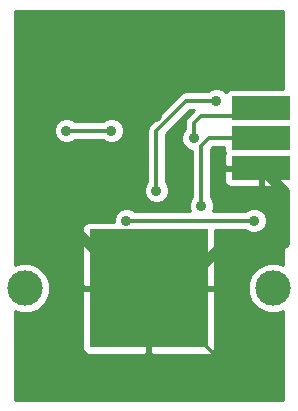
<source format=gbl>
G04 (created by PCBNEW (2012-oct-18)-testing) date Mon 29 Oct 2012 19:12:37 NZDT*
%MOIN*%
G04 Gerber Fmt 3.4, Leading zero omitted, Abs format*
%FSLAX34Y34*%
G01*
G70*
G90*
G04 APERTURE LIST*
%ADD10C,0.006*%
%ADD11R,0.196902X0.0787008*%
%ADD12C,0.11811*%
%ADD13R,0.393701X0.393701*%
%ADD14C,0.035*%
%ADD15C,0.012*%
%ADD16C,0.036*%
%ADD17C,0.01*%
G04 APERTURE END LIST*
G54D10*
G54D11*
X57500Y-53500D03*
X57500Y-54500D03*
X57500Y-55500D03*
G54D12*
X49615Y-59500D03*
X57884Y-59500D03*
G54D13*
X53750Y-59500D03*
G54D14*
X55250Y-54500D03*
X56000Y-53250D03*
X54000Y-56250D03*
X55500Y-56750D03*
X51000Y-54250D03*
X53000Y-57250D03*
X52500Y-54250D03*
X57250Y-57250D03*
X56000Y-61750D03*
X52000Y-56750D03*
X54000Y-53750D03*
X51750Y-51250D03*
X58000Y-51250D03*
X54750Y-51250D03*
G54D15*
X57250Y-53750D02*
X57500Y-53500D01*
X55500Y-53750D02*
X57250Y-53750D01*
X55250Y-54000D02*
X55500Y-53750D01*
X55250Y-54500D02*
X55250Y-54000D01*
X55000Y-53250D02*
X56000Y-53250D01*
X54000Y-54250D02*
X55000Y-53250D01*
X54000Y-56250D02*
X54000Y-54250D01*
X55750Y-54500D02*
X57500Y-54500D01*
X55500Y-54750D02*
X55750Y-54500D01*
X55500Y-56750D02*
X55500Y-54750D01*
X57250Y-57250D02*
X53000Y-57250D01*
X51000Y-54250D02*
X52500Y-54250D01*
X56000Y-61750D02*
X53750Y-59500D01*
X51250Y-57750D02*
X51250Y-56750D01*
X52000Y-56750D02*
X51250Y-56750D01*
G54D16*
X49500Y-50500D02*
X49500Y-57750D01*
X49750Y-57750D02*
X51250Y-57750D01*
X51250Y-57750D02*
X51500Y-57750D01*
X51500Y-57750D02*
X53250Y-59500D01*
X53750Y-59500D02*
X53250Y-59500D01*
X49500Y-50500D02*
X51750Y-50500D01*
X49500Y-57750D02*
X49750Y-57750D01*
X54000Y-59250D02*
X53750Y-59500D01*
X54750Y-51250D02*
X54750Y-52250D01*
X54000Y-52250D02*
X54000Y-53750D01*
X54750Y-52250D02*
X54000Y-52250D01*
X57500Y-55500D02*
X58250Y-56250D01*
X54750Y-59500D02*
X53750Y-59500D01*
X56250Y-58000D02*
X54750Y-59500D01*
X58250Y-58000D02*
X56250Y-58000D01*
X58250Y-56250D02*
X58250Y-58000D01*
X55000Y-58250D02*
X53750Y-59500D01*
X54750Y-50500D02*
X58000Y-50500D01*
X58000Y-50500D02*
X58000Y-51250D01*
X51750Y-50500D02*
X54750Y-50500D01*
X54750Y-50500D02*
X54750Y-51250D01*
X51750Y-50500D02*
X51750Y-51250D01*
G54D10*
G36*
X58220Y-63220D02*
X55968Y-63220D01*
X55968Y-61418D01*
X55968Y-59612D01*
X55906Y-59550D01*
X53800Y-59550D01*
X53800Y-61656D01*
X53862Y-61718D01*
X55768Y-61718D01*
X55859Y-61680D01*
X55930Y-61610D01*
X55968Y-61518D01*
X55968Y-61418D01*
X55968Y-63220D01*
X53700Y-63220D01*
X53700Y-61656D01*
X53700Y-59550D01*
X51593Y-59550D01*
X51531Y-59612D01*
X51531Y-61418D01*
X51531Y-61518D01*
X51569Y-61610D01*
X51640Y-61680D01*
X51731Y-61718D01*
X53637Y-61718D01*
X53700Y-61656D01*
X53700Y-63220D01*
X49279Y-63220D01*
X49279Y-60270D01*
X49448Y-60340D01*
X49782Y-60340D01*
X50091Y-60213D01*
X50328Y-59976D01*
X50456Y-59667D01*
X50456Y-59333D01*
X50328Y-59024D01*
X50092Y-58787D01*
X49783Y-58659D01*
X49449Y-58659D01*
X49279Y-58729D01*
X49279Y-50279D01*
X58220Y-50279D01*
X58220Y-52856D01*
X56465Y-52856D01*
X56374Y-52894D01*
X56309Y-52958D01*
X56241Y-52889D01*
X56084Y-52825D01*
X55915Y-52824D01*
X55759Y-52889D01*
X55708Y-52940D01*
X55000Y-52940D01*
X54881Y-52963D01*
X54780Y-53030D01*
X53780Y-54030D01*
X53713Y-54131D01*
X53690Y-54250D01*
X53690Y-55958D01*
X53639Y-56008D01*
X53575Y-56165D01*
X53574Y-56334D01*
X53639Y-56490D01*
X53758Y-56610D01*
X53915Y-56674D01*
X54084Y-56675D01*
X54240Y-56610D01*
X54360Y-56491D01*
X54424Y-56334D01*
X54425Y-56165D01*
X54360Y-56009D01*
X54310Y-55958D01*
X54310Y-54378D01*
X55128Y-53560D01*
X55251Y-53560D01*
X55030Y-53780D01*
X54963Y-53881D01*
X54940Y-54000D01*
X54940Y-54208D01*
X54889Y-54258D01*
X54825Y-54415D01*
X54824Y-54584D01*
X54889Y-54740D01*
X55008Y-54860D01*
X55165Y-54924D01*
X55190Y-54924D01*
X55190Y-56458D01*
X55139Y-56508D01*
X55075Y-56665D01*
X55074Y-56834D01*
X55118Y-56940D01*
X53291Y-56940D01*
X53241Y-56889D01*
X53084Y-56825D01*
X52925Y-56824D01*
X52925Y-54165D01*
X52860Y-54009D01*
X52741Y-53889D01*
X52584Y-53825D01*
X52415Y-53824D01*
X52259Y-53889D01*
X52208Y-53940D01*
X51291Y-53940D01*
X51241Y-53889D01*
X51084Y-53825D01*
X50915Y-53824D01*
X50759Y-53889D01*
X50639Y-54008D01*
X50575Y-54165D01*
X50574Y-54334D01*
X50639Y-54490D01*
X50758Y-54610D01*
X50915Y-54674D01*
X51084Y-54675D01*
X51240Y-54610D01*
X51291Y-54560D01*
X52208Y-54560D01*
X52258Y-54610D01*
X52415Y-54674D01*
X52584Y-54675D01*
X52740Y-54610D01*
X52860Y-54491D01*
X52924Y-54334D01*
X52925Y-54165D01*
X52925Y-56824D01*
X52915Y-56824D01*
X52759Y-56889D01*
X52639Y-57008D01*
X52575Y-57165D01*
X52574Y-57281D01*
X51731Y-57281D01*
X51640Y-57319D01*
X51569Y-57389D01*
X51531Y-57481D01*
X51531Y-57581D01*
X51531Y-59387D01*
X51593Y-59450D01*
X53650Y-59450D01*
X53700Y-59450D01*
X53800Y-59450D01*
X53850Y-59450D01*
X55906Y-59450D01*
X55968Y-59387D01*
X55968Y-57581D01*
X55968Y-57560D01*
X56958Y-57560D01*
X57008Y-57610D01*
X57165Y-57674D01*
X57334Y-57675D01*
X57490Y-57610D01*
X57610Y-57491D01*
X57674Y-57334D01*
X57675Y-57165D01*
X57610Y-57009D01*
X57491Y-56889D01*
X57450Y-56872D01*
X57450Y-56081D01*
X57450Y-55550D01*
X56327Y-55550D01*
X56265Y-55612D01*
X56265Y-55943D01*
X56303Y-56034D01*
X56373Y-56105D01*
X56465Y-56143D01*
X56565Y-56143D01*
X57387Y-56143D01*
X57450Y-56081D01*
X57450Y-56872D01*
X57334Y-56825D01*
X57165Y-56824D01*
X57009Y-56889D01*
X56958Y-56940D01*
X55881Y-56940D01*
X55924Y-56834D01*
X55925Y-56665D01*
X55860Y-56509D01*
X55810Y-56458D01*
X55810Y-54878D01*
X55878Y-54810D01*
X56265Y-54810D01*
X56265Y-54943D01*
X56288Y-55000D01*
X56265Y-55056D01*
X56265Y-55387D01*
X56327Y-55450D01*
X57400Y-55450D01*
X57450Y-55450D01*
X57550Y-55450D01*
X57550Y-55550D01*
X57550Y-55600D01*
X57550Y-56081D01*
X57612Y-56143D01*
X58220Y-56143D01*
X58220Y-58729D01*
X58051Y-58659D01*
X57717Y-58659D01*
X57408Y-58787D01*
X57171Y-59023D01*
X57043Y-59332D01*
X57043Y-59666D01*
X57171Y-59975D01*
X57407Y-60212D01*
X57716Y-60340D01*
X58050Y-60340D01*
X58220Y-60270D01*
X58220Y-63220D01*
X58220Y-63220D01*
G37*
G54D17*
X58220Y-63220D02*
X55968Y-63220D01*
X55968Y-61418D01*
X55968Y-59612D01*
X55906Y-59550D01*
X53800Y-59550D01*
X53800Y-61656D01*
X53862Y-61718D01*
X55768Y-61718D01*
X55859Y-61680D01*
X55930Y-61610D01*
X55968Y-61518D01*
X55968Y-61418D01*
X55968Y-63220D01*
X53700Y-63220D01*
X53700Y-61656D01*
X53700Y-59550D01*
X51593Y-59550D01*
X51531Y-59612D01*
X51531Y-61418D01*
X51531Y-61518D01*
X51569Y-61610D01*
X51640Y-61680D01*
X51731Y-61718D01*
X53637Y-61718D01*
X53700Y-61656D01*
X53700Y-63220D01*
X49279Y-63220D01*
X49279Y-60270D01*
X49448Y-60340D01*
X49782Y-60340D01*
X50091Y-60213D01*
X50328Y-59976D01*
X50456Y-59667D01*
X50456Y-59333D01*
X50328Y-59024D01*
X50092Y-58787D01*
X49783Y-58659D01*
X49449Y-58659D01*
X49279Y-58729D01*
X49279Y-50279D01*
X58220Y-50279D01*
X58220Y-52856D01*
X56465Y-52856D01*
X56374Y-52894D01*
X56309Y-52958D01*
X56241Y-52889D01*
X56084Y-52825D01*
X55915Y-52824D01*
X55759Y-52889D01*
X55708Y-52940D01*
X55000Y-52940D01*
X54881Y-52963D01*
X54780Y-53030D01*
X53780Y-54030D01*
X53713Y-54131D01*
X53690Y-54250D01*
X53690Y-55958D01*
X53639Y-56008D01*
X53575Y-56165D01*
X53574Y-56334D01*
X53639Y-56490D01*
X53758Y-56610D01*
X53915Y-56674D01*
X54084Y-56675D01*
X54240Y-56610D01*
X54360Y-56491D01*
X54424Y-56334D01*
X54425Y-56165D01*
X54360Y-56009D01*
X54310Y-55958D01*
X54310Y-54378D01*
X55128Y-53560D01*
X55251Y-53560D01*
X55030Y-53780D01*
X54963Y-53881D01*
X54940Y-54000D01*
X54940Y-54208D01*
X54889Y-54258D01*
X54825Y-54415D01*
X54824Y-54584D01*
X54889Y-54740D01*
X55008Y-54860D01*
X55165Y-54924D01*
X55190Y-54924D01*
X55190Y-56458D01*
X55139Y-56508D01*
X55075Y-56665D01*
X55074Y-56834D01*
X55118Y-56940D01*
X53291Y-56940D01*
X53241Y-56889D01*
X53084Y-56825D01*
X52925Y-56824D01*
X52925Y-54165D01*
X52860Y-54009D01*
X52741Y-53889D01*
X52584Y-53825D01*
X52415Y-53824D01*
X52259Y-53889D01*
X52208Y-53940D01*
X51291Y-53940D01*
X51241Y-53889D01*
X51084Y-53825D01*
X50915Y-53824D01*
X50759Y-53889D01*
X50639Y-54008D01*
X50575Y-54165D01*
X50574Y-54334D01*
X50639Y-54490D01*
X50758Y-54610D01*
X50915Y-54674D01*
X51084Y-54675D01*
X51240Y-54610D01*
X51291Y-54560D01*
X52208Y-54560D01*
X52258Y-54610D01*
X52415Y-54674D01*
X52584Y-54675D01*
X52740Y-54610D01*
X52860Y-54491D01*
X52924Y-54334D01*
X52925Y-54165D01*
X52925Y-56824D01*
X52915Y-56824D01*
X52759Y-56889D01*
X52639Y-57008D01*
X52575Y-57165D01*
X52574Y-57281D01*
X51731Y-57281D01*
X51640Y-57319D01*
X51569Y-57389D01*
X51531Y-57481D01*
X51531Y-57581D01*
X51531Y-59387D01*
X51593Y-59450D01*
X53650Y-59450D01*
X53700Y-59450D01*
X53800Y-59450D01*
X53850Y-59450D01*
X55906Y-59450D01*
X55968Y-59387D01*
X55968Y-57581D01*
X55968Y-57560D01*
X56958Y-57560D01*
X57008Y-57610D01*
X57165Y-57674D01*
X57334Y-57675D01*
X57490Y-57610D01*
X57610Y-57491D01*
X57674Y-57334D01*
X57675Y-57165D01*
X57610Y-57009D01*
X57491Y-56889D01*
X57450Y-56872D01*
X57450Y-56081D01*
X57450Y-55550D01*
X56327Y-55550D01*
X56265Y-55612D01*
X56265Y-55943D01*
X56303Y-56034D01*
X56373Y-56105D01*
X56465Y-56143D01*
X56565Y-56143D01*
X57387Y-56143D01*
X57450Y-56081D01*
X57450Y-56872D01*
X57334Y-56825D01*
X57165Y-56824D01*
X57009Y-56889D01*
X56958Y-56940D01*
X55881Y-56940D01*
X55924Y-56834D01*
X55925Y-56665D01*
X55860Y-56509D01*
X55810Y-56458D01*
X55810Y-54878D01*
X55878Y-54810D01*
X56265Y-54810D01*
X56265Y-54943D01*
X56288Y-55000D01*
X56265Y-55056D01*
X56265Y-55387D01*
X56327Y-55450D01*
X57400Y-55450D01*
X57450Y-55450D01*
X57550Y-55450D01*
X57550Y-55550D01*
X57550Y-55600D01*
X57550Y-56081D01*
X57612Y-56143D01*
X58220Y-56143D01*
X58220Y-58729D01*
X58051Y-58659D01*
X57717Y-58659D01*
X57408Y-58787D01*
X57171Y-59023D01*
X57043Y-59332D01*
X57043Y-59666D01*
X57171Y-59975D01*
X57407Y-60212D01*
X57716Y-60340D01*
X58050Y-60340D01*
X58220Y-60270D01*
X58220Y-63220D01*
M02*

</source>
